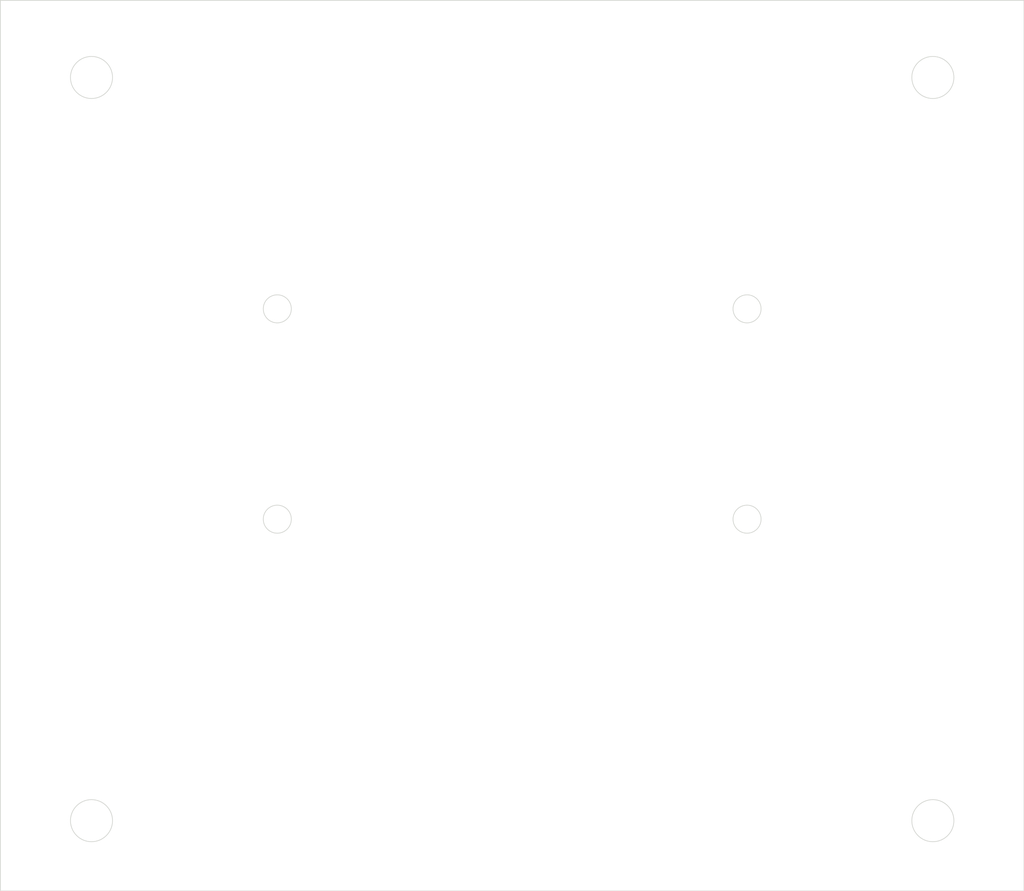
<source format=kicad_pcb>
(kicad_pcb
	(version 20241229)
	(generator "pcbnew")
	(generator_version "9.0")
	(general
		(thickness 1.6)
		(legacy_teardrops no)
	)
	(paper "A4")
	(layers
		(0 "F.Cu" signal)
		(2 "B.Cu" signal)
		(9 "F.Adhes" user "F.Adhesive")
		(11 "B.Adhes" user "B.Adhesive")
		(13 "F.Paste" user)
		(15 "B.Paste" user)
		(5 "F.SilkS" user "F.Silkscreen")
		(7 "B.SilkS" user "B.Silkscreen")
		(1 "F.Mask" user)
		(3 "B.Mask" user)
		(17 "Dwgs.User" user "User.Drawings")
		(19 "Cmts.User" user "User.Comments")
		(21 "Eco1.User" user "User.Eco1")
		(23 "Eco2.User" user "User.Eco2")
		(25 "Edge.Cuts" user)
		(27 "Margin" user)
		(31 "F.CrtYd" user "F.Courtyard")
		(29 "B.CrtYd" user "B.Courtyard")
		(35 "F.Fab" user)
		(33 "B.Fab" user)
		(39 "User.1" user)
		(41 "User.2" user)
		(43 "User.3" user)
		(45 "User.4" user)
	)
	(setup
		(pad_to_mask_clearance 0)
		(allow_soldermask_bridges_in_footprints no)
		(tenting front back)
		(pcbplotparams
			(layerselection 0x00000000_00000000_55555555_57557571)
			(plot_on_all_layers_selection 0x00000000_00000000_00000000_00000000)
			(disableapertmacros no)
			(usegerberextensions no)
			(usegerberattributes yes)
			(usegerberadvancedattributes yes)
			(creategerberjobfile yes)
			(dashed_line_dash_ratio 12.000000)
			(dashed_line_gap_ratio 3.000000)
			(svgprecision 4)
			(plotframeref no)
			(mode 1)
			(useauxorigin no)
			(hpglpennumber 1)
			(hpglpenspeed 20)
			(hpglpendiameter 15.000000)
			(pdf_front_fp_property_popups yes)
			(pdf_back_fp_property_popups yes)
			(pdf_metadata yes)
			(pdf_single_document no)
			(dxfpolygonmode yes)
			(dxfimperialunits yes)
			(dxfusepcbnewfont yes)
			(psnegative no)
			(psa4output no)
			(plot_black_and_white yes)
			(sketchpadsonfab no)
			(plotpadnumbers no)
			(hidednponfab no)
			(sketchdnponfab yes)
			(crossoutdnponfab yes)
			(subtractmaskfromsilk no)
			(outputformat 1)
			(mirror no)
			(drillshape 0)
			(scaleselection 1)
			(outputdirectory "Gerbers_FinalDoppler")
		)
	)
	(net 0 "")
	(gr_circle
		(center 150 122.5)
		(end 151.5 122.5)
		(stroke
			(width 0.05)
			(type default)
		)
		(fill no)
		(layer "Edge.Cuts")
		(uuid "07373058-982d-439a-b337-f647b76d4905")
	)
	(gr_circle
		(center 136.75 86)
		(end 137.75 86)
		(stroke
			(width 0.05)
			(type default)
		)
		(fill no)
		(layer "Edge.Cuts")
		(uuid "0c51aefc-5125-499e-b9dc-e51ca9504b8e")
	)
	(gr_circle
		(center 103.25 86)
		(end 102.25 86)
		(stroke
			(width 0.05)
			(type default)
		)
		(fill no)
		(layer "Edge.Cuts")
		(uuid "2679250a-c530-42cd-9930-e40fa81ea3eb")
	)
	(gr_circle
		(center 90 69.5)
		(end 91.5 69.5)
		(stroke
			(width 0.05)
			(type default)
		)
		(fill no)
		(layer "Edge.Cuts")
		(uuid "50489b03-d6ec-4e7b-871a-056996a4e3b3")
	)
	(gr_rect
		(start 83.5 64)
		(end 156.5 127.5)
		(stroke
			(width 0.05)
			(type default)
		)
		(fill no)
		(layer "Edge.Cuts")
		(uuid "64bdf712-ffcb-4d85-996e-976fffe07b03")
	)
	(gr_circle
		(center 136.75 101)
		(end 137.75 101)
		(stroke
			(width 0.05)
			(type default)
		)
		(fill no)
		(layer "Edge.Cuts")
		(uuid "9781442c-562c-4fe8-a768-38a77ddfa9ac")
	)
	(gr_circle
		(center 150 69.5)
		(end 151.5 69.5)
		(stroke
			(width 0.05)
			(type default)
		)
		(fill no)
		(layer "Edge.Cuts")
		(uuid "abe59262-cb09-4d38-826f-fdb1f1c5421d")
	)
	(gr_circle
		(center 103.25 101)
		(end 102.25 101)
		(stroke
			(width 0.05)
			(type default)
		)
		(fill no)
		(layer "Edge.Cuts")
		(uuid "d341b457-7209-43a5-9fb4-60921a1b78c5")
	)
	(gr_circle
		(center 90 122.5)
		(end 88.5 122.5)
		(stroke
			(width 0.05)
			(type default)
		)
		(fill no)
		(layer "Edge.Cuts")
		(uuid "d9ddfe01-ab8c-421a-a79a-f3c7490f7b13")
	)
	(embedded_fonts no)
)

</source>
